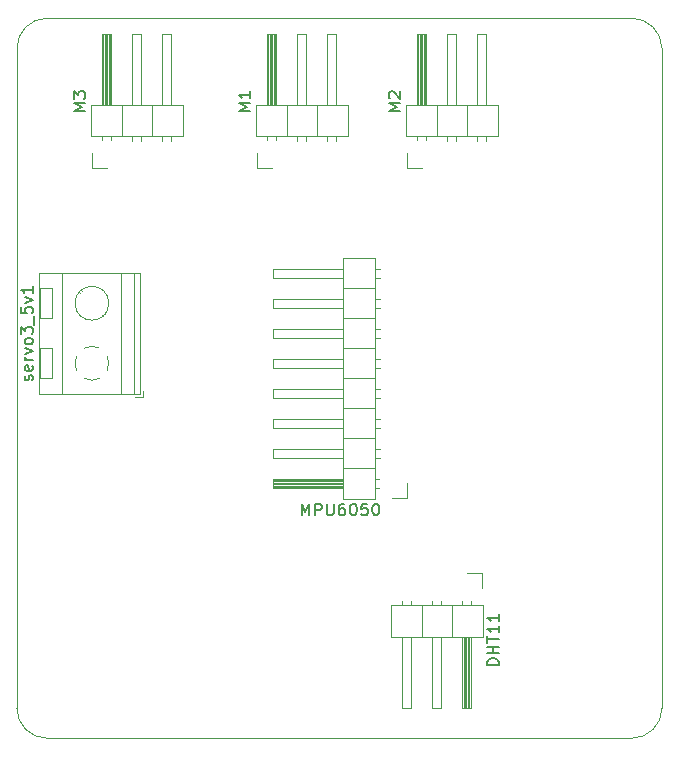
<source format=gbr>
G04 #@! TF.GenerationSoftware,KiCad,Pcbnew,(5.1.5)-3*
G04 #@! TF.CreationDate,2020-03-16T13:29:13+00:00*
G04 #@! TF.ProjectId,pcb schem,70636220-7363-4686-956d-2e6b69636164,rev?*
G04 #@! TF.SameCoordinates,Original*
G04 #@! TF.FileFunction,Legend,Top*
G04 #@! TF.FilePolarity,Positive*
%FSLAX46Y46*%
G04 Gerber Fmt 4.6, Leading zero omitted, Abs format (unit mm)*
G04 Created by KiCad (PCBNEW (5.1.5)-3) date 2020-03-16 13:29:13*
%MOMM*%
%LPD*%
G04 APERTURE LIST*
%ADD10C,0.120000*%
%ADD11C,0.150000*%
G04 APERTURE END LIST*
D10*
X106680000Y-123190000D02*
G75*
G02X104140000Y-120650000I0J2540000D01*
G01*
X104140000Y-64770000D02*
X104140000Y-120650000D01*
X156210000Y-123190000D02*
X106680000Y-123190000D01*
X156210000Y-123190000D02*
G75*
G03X158750000Y-120650000I0J2540000D01*
G01*
X158750000Y-64770000D02*
X158750000Y-120650000D01*
X104140000Y-64770000D02*
G75*
G02X106680000Y-62230000I2540000J0D01*
G01*
X158750000Y-64770000D02*
G75*
G03X156210000Y-62230000I-2540000J0D01*
G01*
X106680000Y-62230000D02*
X156210000Y-62230000D01*
X137160000Y-102870000D02*
X135890000Y-102870000D01*
X137160000Y-101600000D02*
X137160000Y-102870000D01*
X134847071Y-83440000D02*
X134450000Y-83440000D01*
X134847071Y-84200000D02*
X134450000Y-84200000D01*
X125790000Y-83440000D02*
X131790000Y-83440000D01*
X125790000Y-84200000D02*
X125790000Y-83440000D01*
X131790000Y-84200000D02*
X125790000Y-84200000D01*
X134450000Y-85090000D02*
X131790000Y-85090000D01*
X134847071Y-85980000D02*
X134450000Y-85980000D01*
X134847071Y-86740000D02*
X134450000Y-86740000D01*
X125790000Y-85980000D02*
X131790000Y-85980000D01*
X125790000Y-86740000D02*
X125790000Y-85980000D01*
X131790000Y-86740000D02*
X125790000Y-86740000D01*
X134450000Y-87630000D02*
X131790000Y-87630000D01*
X134847071Y-88520000D02*
X134450000Y-88520000D01*
X134847071Y-89280000D02*
X134450000Y-89280000D01*
X125790000Y-88520000D02*
X131790000Y-88520000D01*
X125790000Y-89280000D02*
X125790000Y-88520000D01*
X131790000Y-89280000D02*
X125790000Y-89280000D01*
X134450000Y-90170000D02*
X131790000Y-90170000D01*
X134847071Y-91060000D02*
X134450000Y-91060000D01*
X134847071Y-91820000D02*
X134450000Y-91820000D01*
X125790000Y-91060000D02*
X131790000Y-91060000D01*
X125790000Y-91820000D02*
X125790000Y-91060000D01*
X131790000Y-91820000D02*
X125790000Y-91820000D01*
X134450000Y-92710000D02*
X131790000Y-92710000D01*
X134847071Y-93600000D02*
X134450000Y-93600000D01*
X134847071Y-94360000D02*
X134450000Y-94360000D01*
X125790000Y-93600000D02*
X131790000Y-93600000D01*
X125790000Y-94360000D02*
X125790000Y-93600000D01*
X131790000Y-94360000D02*
X125790000Y-94360000D01*
X134450000Y-95250000D02*
X131790000Y-95250000D01*
X134847071Y-96140000D02*
X134450000Y-96140000D01*
X134847071Y-96900000D02*
X134450000Y-96900000D01*
X125790000Y-96140000D02*
X131790000Y-96140000D01*
X125790000Y-96900000D02*
X125790000Y-96140000D01*
X131790000Y-96900000D02*
X125790000Y-96900000D01*
X134450000Y-97790000D02*
X131790000Y-97790000D01*
X134847071Y-98680000D02*
X134450000Y-98680000D01*
X134847071Y-99440000D02*
X134450000Y-99440000D01*
X125790000Y-98680000D02*
X131790000Y-98680000D01*
X125790000Y-99440000D02*
X125790000Y-98680000D01*
X131790000Y-99440000D02*
X125790000Y-99440000D01*
X134450000Y-100330000D02*
X131790000Y-100330000D01*
X134780000Y-101220000D02*
X134450000Y-101220000D01*
X134780000Y-101980000D02*
X134450000Y-101980000D01*
X131790000Y-101320000D02*
X125790000Y-101320000D01*
X131790000Y-101440000D02*
X125790000Y-101440000D01*
X131790000Y-101560000D02*
X125790000Y-101560000D01*
X131790000Y-101680000D02*
X125790000Y-101680000D01*
X131790000Y-101800000D02*
X125790000Y-101800000D01*
X131790000Y-101920000D02*
X125790000Y-101920000D01*
X125790000Y-101220000D02*
X131790000Y-101220000D01*
X125790000Y-101980000D02*
X125790000Y-101220000D01*
X131790000Y-101980000D02*
X125790000Y-101980000D01*
X131790000Y-102930000D02*
X134450000Y-102930000D01*
X131790000Y-82490000D02*
X131790000Y-102930000D01*
X134450000Y-82490000D02*
X131790000Y-82490000D01*
X134450000Y-102930000D02*
X134450000Y-82490000D01*
X114840000Y-94280000D02*
X114840000Y-93780000D01*
X114100000Y-94280000D02*
X114840000Y-94280000D01*
X106090000Y-85110000D02*
X107090000Y-85110000D01*
X106090000Y-87610000D02*
X107090000Y-87610000D01*
X107090000Y-87610000D02*
X107090000Y-85110000D01*
X106090000Y-87610000D02*
X106090000Y-85110000D01*
X111340000Y-87384000D02*
X111400000Y-87444000D01*
X109405000Y-85449000D02*
X109445000Y-85489000D01*
X111535000Y-87230000D02*
X111575000Y-87270000D01*
X109580000Y-85275000D02*
X109639000Y-85335000D01*
X106090000Y-90190000D02*
X107090000Y-90190000D01*
X106090000Y-92690000D02*
X107090000Y-92690000D01*
X107090000Y-92690000D02*
X107090000Y-90190000D01*
X106090000Y-92690000D02*
X106090000Y-90190000D01*
X106030000Y-83760000D02*
X114600000Y-83760000D01*
X106030000Y-94040000D02*
X114600000Y-94040000D01*
X114600000Y-94040000D02*
X114600000Y-83760000D01*
X106030000Y-94040000D02*
X106030000Y-83760000D01*
X107940000Y-94040000D02*
X107940000Y-83760000D01*
X112940000Y-94040000D02*
X112940000Y-83760000D01*
X114040000Y-94040000D02*
X114040000Y-83760000D01*
X111920000Y-86360000D02*
G75*
G03X111920000Y-86360000I-1430000J0D01*
G01*
X111920940Y-91415720D02*
G75*
G02X111776000Y-92068000I-1430940J-24280D01*
G01*
X111116746Y-92726611D02*
G75*
G02X109862000Y-92726000I-626746J1286611D01*
G01*
X109204176Y-92067362D02*
G75*
G02X109204000Y-90813000I1285824J627362D01*
G01*
X109862638Y-90154176D02*
G75*
G02X111117000Y-90154000I627362J-1285824D01*
G01*
X111775275Y-90813129D02*
G75*
G02X111920000Y-91440000I-1285275J-626871D01*
G01*
X110490000Y-74930000D02*
X110490000Y-73660000D01*
X111760000Y-74930000D02*
X110490000Y-74930000D01*
X117220000Y-72617071D02*
X117220000Y-72220000D01*
X116460000Y-72617071D02*
X116460000Y-72220000D01*
X117220000Y-63560000D02*
X117220000Y-69560000D01*
X116460000Y-63560000D02*
X117220000Y-63560000D01*
X116460000Y-69560000D02*
X116460000Y-63560000D01*
X115570000Y-72220000D02*
X115570000Y-69560000D01*
X114680000Y-72617071D02*
X114680000Y-72220000D01*
X113920000Y-72617071D02*
X113920000Y-72220000D01*
X114680000Y-63560000D02*
X114680000Y-69560000D01*
X113920000Y-63560000D02*
X114680000Y-63560000D01*
X113920000Y-69560000D02*
X113920000Y-63560000D01*
X113030000Y-72220000D02*
X113030000Y-69560000D01*
X112140000Y-72550000D02*
X112140000Y-72220000D01*
X111380000Y-72550000D02*
X111380000Y-72220000D01*
X112040000Y-69560000D02*
X112040000Y-63560000D01*
X111920000Y-69560000D02*
X111920000Y-63560000D01*
X111800000Y-69560000D02*
X111800000Y-63560000D01*
X111680000Y-69560000D02*
X111680000Y-63560000D01*
X111560000Y-69560000D02*
X111560000Y-63560000D01*
X111440000Y-69560000D02*
X111440000Y-63560000D01*
X112140000Y-63560000D02*
X112140000Y-69560000D01*
X111380000Y-63560000D02*
X112140000Y-63560000D01*
X111380000Y-69560000D02*
X111380000Y-63560000D01*
X110430000Y-69560000D02*
X110430000Y-72220000D01*
X118170000Y-69560000D02*
X110430000Y-69560000D01*
X118170000Y-72220000D02*
X118170000Y-69560000D01*
X110430000Y-72220000D02*
X118170000Y-72220000D01*
X137160000Y-74930000D02*
X137160000Y-73660000D01*
X138430000Y-74930000D02*
X137160000Y-74930000D01*
X143890000Y-72617071D02*
X143890000Y-72220000D01*
X143130000Y-72617071D02*
X143130000Y-72220000D01*
X143890000Y-63560000D02*
X143890000Y-69560000D01*
X143130000Y-63560000D02*
X143890000Y-63560000D01*
X143130000Y-69560000D02*
X143130000Y-63560000D01*
X142240000Y-72220000D02*
X142240000Y-69560000D01*
X141350000Y-72617071D02*
X141350000Y-72220000D01*
X140590000Y-72617071D02*
X140590000Y-72220000D01*
X141350000Y-63560000D02*
X141350000Y-69560000D01*
X140590000Y-63560000D02*
X141350000Y-63560000D01*
X140590000Y-69560000D02*
X140590000Y-63560000D01*
X139700000Y-72220000D02*
X139700000Y-69560000D01*
X138810000Y-72550000D02*
X138810000Y-72220000D01*
X138050000Y-72550000D02*
X138050000Y-72220000D01*
X138710000Y-69560000D02*
X138710000Y-63560000D01*
X138590000Y-69560000D02*
X138590000Y-63560000D01*
X138470000Y-69560000D02*
X138470000Y-63560000D01*
X138350000Y-69560000D02*
X138350000Y-63560000D01*
X138230000Y-69560000D02*
X138230000Y-63560000D01*
X138110000Y-69560000D02*
X138110000Y-63560000D01*
X138810000Y-63560000D02*
X138810000Y-69560000D01*
X138050000Y-63560000D02*
X138810000Y-63560000D01*
X138050000Y-69560000D02*
X138050000Y-63560000D01*
X137100000Y-69560000D02*
X137100000Y-72220000D01*
X144840000Y-69560000D02*
X137100000Y-69560000D01*
X144840000Y-72220000D02*
X144840000Y-69560000D01*
X137100000Y-72220000D02*
X144840000Y-72220000D01*
X124460000Y-74930000D02*
X124460000Y-73660000D01*
X125730000Y-74930000D02*
X124460000Y-74930000D01*
X131190000Y-72617071D02*
X131190000Y-72220000D01*
X130430000Y-72617071D02*
X130430000Y-72220000D01*
X131190000Y-63560000D02*
X131190000Y-69560000D01*
X130430000Y-63560000D02*
X131190000Y-63560000D01*
X130430000Y-69560000D02*
X130430000Y-63560000D01*
X129540000Y-72220000D02*
X129540000Y-69560000D01*
X128650000Y-72617071D02*
X128650000Y-72220000D01*
X127890000Y-72617071D02*
X127890000Y-72220000D01*
X128650000Y-63560000D02*
X128650000Y-69560000D01*
X127890000Y-63560000D02*
X128650000Y-63560000D01*
X127890000Y-69560000D02*
X127890000Y-63560000D01*
X127000000Y-72220000D02*
X127000000Y-69560000D01*
X126110000Y-72550000D02*
X126110000Y-72220000D01*
X125350000Y-72550000D02*
X125350000Y-72220000D01*
X126010000Y-69560000D02*
X126010000Y-63560000D01*
X125890000Y-69560000D02*
X125890000Y-63560000D01*
X125770000Y-69560000D02*
X125770000Y-63560000D01*
X125650000Y-69560000D02*
X125650000Y-63560000D01*
X125530000Y-69560000D02*
X125530000Y-63560000D01*
X125410000Y-69560000D02*
X125410000Y-63560000D01*
X126110000Y-63560000D02*
X126110000Y-69560000D01*
X125350000Y-63560000D02*
X126110000Y-63560000D01*
X125350000Y-69560000D02*
X125350000Y-63560000D01*
X124400000Y-69560000D02*
X124400000Y-72220000D01*
X132140000Y-69560000D02*
X124400000Y-69560000D01*
X132140000Y-72220000D02*
X132140000Y-69560000D01*
X124400000Y-72220000D02*
X132140000Y-72220000D01*
X143510000Y-109220000D02*
X143510000Y-110490000D01*
X142240000Y-109220000D02*
X143510000Y-109220000D01*
X136780000Y-111532929D02*
X136780000Y-111930000D01*
X137540000Y-111532929D02*
X137540000Y-111930000D01*
X136780000Y-120590000D02*
X136780000Y-114590000D01*
X137540000Y-120590000D02*
X136780000Y-120590000D01*
X137540000Y-114590000D02*
X137540000Y-120590000D01*
X138430000Y-111930000D02*
X138430000Y-114590000D01*
X139320000Y-111532929D02*
X139320000Y-111930000D01*
X140080000Y-111532929D02*
X140080000Y-111930000D01*
X139320000Y-120590000D02*
X139320000Y-114590000D01*
X140080000Y-120590000D02*
X139320000Y-120590000D01*
X140080000Y-114590000D02*
X140080000Y-120590000D01*
X140970000Y-111930000D02*
X140970000Y-114590000D01*
X141860000Y-111600000D02*
X141860000Y-111930000D01*
X142620000Y-111600000D02*
X142620000Y-111930000D01*
X141960000Y-114590000D02*
X141960000Y-120590000D01*
X142080000Y-114590000D02*
X142080000Y-120590000D01*
X142200000Y-114590000D02*
X142200000Y-120590000D01*
X142320000Y-114590000D02*
X142320000Y-120590000D01*
X142440000Y-114590000D02*
X142440000Y-120590000D01*
X142560000Y-114590000D02*
X142560000Y-120590000D01*
X141860000Y-120590000D02*
X141860000Y-114590000D01*
X142620000Y-120590000D02*
X141860000Y-120590000D01*
X142620000Y-114590000D02*
X142620000Y-120590000D01*
X143570000Y-114590000D02*
X143570000Y-111930000D01*
X135830000Y-114590000D02*
X143570000Y-114590000D01*
X135830000Y-111930000D02*
X135830000Y-114590000D01*
X143570000Y-111930000D02*
X135830000Y-111930000D01*
D11*
X128243095Y-104322380D02*
X128243095Y-103322380D01*
X128576428Y-104036666D01*
X128909761Y-103322380D01*
X128909761Y-104322380D01*
X129385952Y-104322380D02*
X129385952Y-103322380D01*
X129766904Y-103322380D01*
X129862142Y-103370000D01*
X129909761Y-103417619D01*
X129957380Y-103512857D01*
X129957380Y-103655714D01*
X129909761Y-103750952D01*
X129862142Y-103798571D01*
X129766904Y-103846190D01*
X129385952Y-103846190D01*
X130385952Y-103322380D02*
X130385952Y-104131904D01*
X130433571Y-104227142D01*
X130481190Y-104274761D01*
X130576428Y-104322380D01*
X130766904Y-104322380D01*
X130862142Y-104274761D01*
X130909761Y-104227142D01*
X130957380Y-104131904D01*
X130957380Y-103322380D01*
X131862142Y-103322380D02*
X131671666Y-103322380D01*
X131576428Y-103370000D01*
X131528809Y-103417619D01*
X131433571Y-103560476D01*
X131385952Y-103750952D01*
X131385952Y-104131904D01*
X131433571Y-104227142D01*
X131481190Y-104274761D01*
X131576428Y-104322380D01*
X131766904Y-104322380D01*
X131862142Y-104274761D01*
X131909761Y-104227142D01*
X131957380Y-104131904D01*
X131957380Y-103893809D01*
X131909761Y-103798571D01*
X131862142Y-103750952D01*
X131766904Y-103703333D01*
X131576428Y-103703333D01*
X131481190Y-103750952D01*
X131433571Y-103798571D01*
X131385952Y-103893809D01*
X132576428Y-103322380D02*
X132671666Y-103322380D01*
X132766904Y-103370000D01*
X132814523Y-103417619D01*
X132862142Y-103512857D01*
X132909761Y-103703333D01*
X132909761Y-103941428D01*
X132862142Y-104131904D01*
X132814523Y-104227142D01*
X132766904Y-104274761D01*
X132671666Y-104322380D01*
X132576428Y-104322380D01*
X132481190Y-104274761D01*
X132433571Y-104227142D01*
X132385952Y-104131904D01*
X132338333Y-103941428D01*
X132338333Y-103703333D01*
X132385952Y-103512857D01*
X132433571Y-103417619D01*
X132481190Y-103370000D01*
X132576428Y-103322380D01*
X133814523Y-103322380D02*
X133338333Y-103322380D01*
X133290714Y-103798571D01*
X133338333Y-103750952D01*
X133433571Y-103703333D01*
X133671666Y-103703333D01*
X133766904Y-103750952D01*
X133814523Y-103798571D01*
X133862142Y-103893809D01*
X133862142Y-104131904D01*
X133814523Y-104227142D01*
X133766904Y-104274761D01*
X133671666Y-104322380D01*
X133433571Y-104322380D01*
X133338333Y-104274761D01*
X133290714Y-104227142D01*
X134481190Y-103322380D02*
X134576428Y-103322380D01*
X134671666Y-103370000D01*
X134719285Y-103417619D01*
X134766904Y-103512857D01*
X134814523Y-103703333D01*
X134814523Y-103941428D01*
X134766904Y-104131904D01*
X134719285Y-104227142D01*
X134671666Y-104274761D01*
X134576428Y-104322380D01*
X134481190Y-104322380D01*
X134385952Y-104274761D01*
X134338333Y-104227142D01*
X134290714Y-104131904D01*
X134243095Y-103941428D01*
X134243095Y-103703333D01*
X134290714Y-103512857D01*
X134338333Y-103417619D01*
X134385952Y-103370000D01*
X134481190Y-103322380D01*
X105434761Y-92876190D02*
X105482380Y-92780952D01*
X105482380Y-92590476D01*
X105434761Y-92495238D01*
X105339523Y-92447619D01*
X105291904Y-92447619D01*
X105196666Y-92495238D01*
X105149047Y-92590476D01*
X105149047Y-92733333D01*
X105101428Y-92828571D01*
X105006190Y-92876190D01*
X104958571Y-92876190D01*
X104863333Y-92828571D01*
X104815714Y-92733333D01*
X104815714Y-92590476D01*
X104863333Y-92495238D01*
X105434761Y-91638095D02*
X105482380Y-91733333D01*
X105482380Y-91923809D01*
X105434761Y-92019047D01*
X105339523Y-92066666D01*
X104958571Y-92066666D01*
X104863333Y-92019047D01*
X104815714Y-91923809D01*
X104815714Y-91733333D01*
X104863333Y-91638095D01*
X104958571Y-91590476D01*
X105053809Y-91590476D01*
X105149047Y-92066666D01*
X105482380Y-91161904D02*
X104815714Y-91161904D01*
X105006190Y-91161904D02*
X104910952Y-91114285D01*
X104863333Y-91066666D01*
X104815714Y-90971428D01*
X104815714Y-90876190D01*
X104815714Y-90638095D02*
X105482380Y-90400000D01*
X104815714Y-90161904D01*
X105482380Y-89638095D02*
X105434761Y-89733333D01*
X105387142Y-89780952D01*
X105291904Y-89828571D01*
X105006190Y-89828571D01*
X104910952Y-89780952D01*
X104863333Y-89733333D01*
X104815714Y-89638095D01*
X104815714Y-89495238D01*
X104863333Y-89400000D01*
X104910952Y-89352380D01*
X105006190Y-89304761D01*
X105291904Y-89304761D01*
X105387142Y-89352380D01*
X105434761Y-89400000D01*
X105482380Y-89495238D01*
X105482380Y-89638095D01*
X104482380Y-88971428D02*
X104482380Y-88352380D01*
X104863333Y-88685714D01*
X104863333Y-88542857D01*
X104910952Y-88447619D01*
X104958571Y-88400000D01*
X105053809Y-88352380D01*
X105291904Y-88352380D01*
X105387142Y-88400000D01*
X105434761Y-88447619D01*
X105482380Y-88542857D01*
X105482380Y-88828571D01*
X105434761Y-88923809D01*
X105387142Y-88971428D01*
X105577619Y-88161904D02*
X105577619Y-87400000D01*
X104482380Y-86685714D02*
X104482380Y-87161904D01*
X104958571Y-87209523D01*
X104910952Y-87161904D01*
X104863333Y-87066666D01*
X104863333Y-86828571D01*
X104910952Y-86733333D01*
X104958571Y-86685714D01*
X105053809Y-86638095D01*
X105291904Y-86638095D01*
X105387142Y-86685714D01*
X105434761Y-86733333D01*
X105482380Y-86828571D01*
X105482380Y-87066666D01*
X105434761Y-87161904D01*
X105387142Y-87209523D01*
X104815714Y-86304761D02*
X105482380Y-86066666D01*
X104815714Y-85828571D01*
X105482380Y-84923809D02*
X105482380Y-85495238D01*
X105482380Y-85209523D02*
X104482380Y-85209523D01*
X104625238Y-85304761D01*
X104720476Y-85400000D01*
X104768095Y-85495238D01*
X109942380Y-70084523D02*
X108942380Y-70084523D01*
X109656666Y-69751190D01*
X108942380Y-69417857D01*
X109942380Y-69417857D01*
X108942380Y-69036904D02*
X108942380Y-68417857D01*
X109323333Y-68751190D01*
X109323333Y-68608333D01*
X109370952Y-68513095D01*
X109418571Y-68465476D01*
X109513809Y-68417857D01*
X109751904Y-68417857D01*
X109847142Y-68465476D01*
X109894761Y-68513095D01*
X109942380Y-68608333D01*
X109942380Y-68894047D01*
X109894761Y-68989285D01*
X109847142Y-69036904D01*
X136612380Y-70084523D02*
X135612380Y-70084523D01*
X136326666Y-69751190D01*
X135612380Y-69417857D01*
X136612380Y-69417857D01*
X135707619Y-68989285D02*
X135660000Y-68941666D01*
X135612380Y-68846428D01*
X135612380Y-68608333D01*
X135660000Y-68513095D01*
X135707619Y-68465476D01*
X135802857Y-68417857D01*
X135898095Y-68417857D01*
X136040952Y-68465476D01*
X136612380Y-69036904D01*
X136612380Y-68417857D01*
X123912380Y-70084523D02*
X122912380Y-70084523D01*
X123626666Y-69751190D01*
X122912380Y-69417857D01*
X123912380Y-69417857D01*
X123912380Y-68417857D02*
X123912380Y-68989285D01*
X123912380Y-68703571D02*
X122912380Y-68703571D01*
X123055238Y-68798809D01*
X123150476Y-68894047D01*
X123198095Y-68989285D01*
X144962380Y-116994047D02*
X143962380Y-116994047D01*
X143962380Y-116755952D01*
X144010000Y-116613095D01*
X144105238Y-116517857D01*
X144200476Y-116470238D01*
X144390952Y-116422619D01*
X144533809Y-116422619D01*
X144724285Y-116470238D01*
X144819523Y-116517857D01*
X144914761Y-116613095D01*
X144962380Y-116755952D01*
X144962380Y-116994047D01*
X144962380Y-115994047D02*
X143962380Y-115994047D01*
X144438571Y-115994047D02*
X144438571Y-115422619D01*
X144962380Y-115422619D02*
X143962380Y-115422619D01*
X143962380Y-115089285D02*
X143962380Y-114517857D01*
X144962380Y-114803571D02*
X143962380Y-114803571D01*
X144962380Y-113660714D02*
X144962380Y-114232142D01*
X144962380Y-113946428D02*
X143962380Y-113946428D01*
X144105238Y-114041666D01*
X144200476Y-114136904D01*
X144248095Y-114232142D01*
X144962380Y-112708333D02*
X144962380Y-113279761D01*
X144962380Y-112994047D02*
X143962380Y-112994047D01*
X144105238Y-113089285D01*
X144200476Y-113184523D01*
X144248095Y-113279761D01*
M02*

</source>
